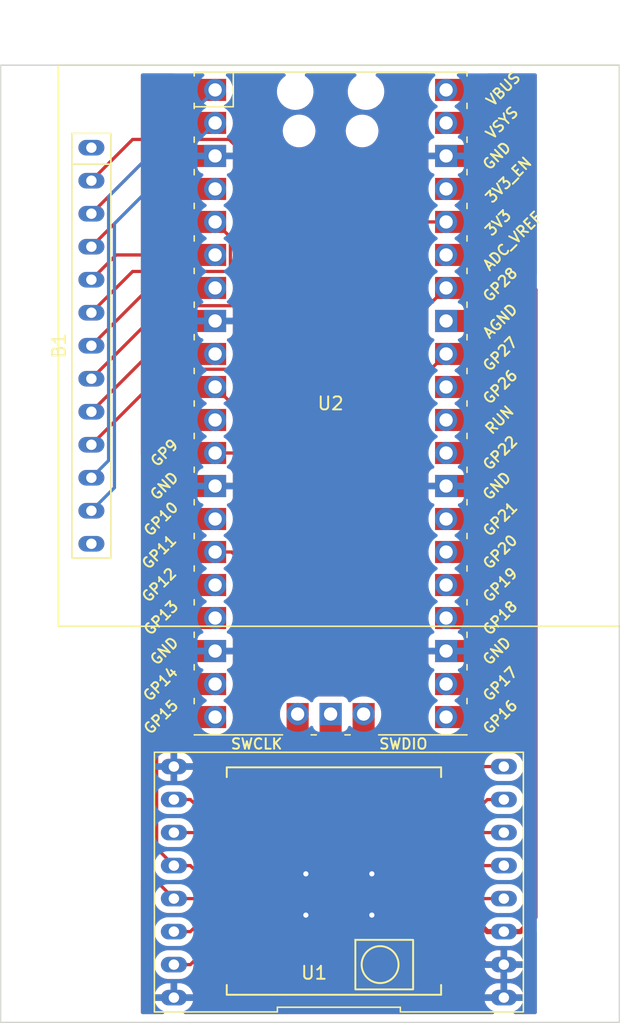
<source format=kicad_pcb>
(kicad_pcb (version 20211014) (generator pcbnew)
  (layers (0 "F.Cu" signal) (31 "B.Cu" signal) (34 "B.Paste" user) (35 "F.Paste" user) (36 "B.SilkS" user "B.Silkscreen") (37 "F.SilkS" user "F.Silkscreen") (38 "B.Mask" user) (39 "F.Mask" user) (44 "Edge.Cuts" user))
  (net 0 "")
  (net 1 "unconnected-(U1-Pad5)")
  (net 2 "unconnected-(U1-Pad6)")
  (net 3 "unconnected-(U1-Pad7)")
  (net 4 "unconnected-(U1-Pad8)")
  (net 5 "unconnected-(U1-Pad10)")
  (net 6 "unconnected-(U1-Pad11)")
  (net 29 "Net-(U1-Pad4)")
  (net 30 "Net-(U1-Pad12)")
  (net 31 "Net-(U1-Pad13)")
  (net 32 "Net-(U1-Pad14)")
  (net 33 "Net-(U1-Pad15)")
  (net 34 "GND")
  (net 36 "Net-(U2-Pad1)")
  (net 37 "Net-(U2-Pad2)")
  (net 38 "Net-(B1-Pad2)")
  (net 39 "Net-(B1-Pad4)")
  (net 40 "Net-(B1-Pad5)")
  (net 41 "Net-(B1-Pad6)")
  (net 42 "Net-(B1-Pad7)")
  (net 43 "Net-(B1-Pad8)")
  (net 44 "Net-(B1-Pad9)")
  (net 45 "Net-(B1-Pad10)")
  (footprint "MCU_RaspberryPi_and_Boards:RPi_Pico_SMD_TH" (layer "F.Cu") (at 120.65 90.17)
    (fp_text reference "U2" (at 0 0) (layer "F.SilkS"))
    (fp_text value "Pico")
    (fp_text user "SWCLK" (at -5.7 26.2) (layer "F.SilkS") (effects (font (size 0.8 0.8))))
    (fp_text user "GP17" (at 13.054 21.59 45) (layer "F.SilkS") (effects (font (size 0.8 0.8))))
    (fp_text user "GP16" (at 13.054 24.13 45) (layer "F.SilkS") (effects (font (size 0.8 0.8))))
    (fp_text user "GP27" (at 13.054 -3.8 45) (layer "F.SilkS") (effects (font (size 0.8 0.8))))
    (fp_text user "AGND" (at 13.054 -6.35 45) (layer "F.SilkS") (effects (font (size 0.8 0.8))))
    (fp_text user "GP9" (at -12.8 3.81 45) (layer "F.SilkS") (effects (font (size 0.8 0.8))))
    (fp_text user "GP21" (at 13.054 8.9 45) (layer "F.SilkS") (effects (font (size 0.8 0.8))))
    (fp_text user "VBUS" (at 13.3 -24.2 45) (layer "F.SilkS") (effects (font (size 0.8 0.8))))
    (fp_text user "GP13" (at -13.054 16.51 45) (layer "F.SilkS") (effects (font (size 0.8 0.8))))
    (fp_text user "GP20" (at 13.054 11.43 45) (layer "F.SilkS") (effects (font (size 0.8 0.8))))
    (fp_text user "GP12" (at -13.2 13.97 45) (layer "F.SilkS") (effects (font (size 0.8 0.8))))
    (fp_text user "GP28" (at 13.054 -9.144 45) (layer "F.SilkS") (effects (font (size 0.8 0.8))))
    (fp_text user "3V3_EN" (at 13.7 -17.2 45) (layer "F.SilkS") (effects (font (size 0.8 0.8))))
    (fp_text user "GP10" (at -13.054 8.89 45) (layer "F.SilkS") (effects (font (size 0.8 0.8))))
    (fp_text user "GP18" (at 13.054 16.51 45) (layer "F.SilkS") (effects (font (size 0.8 0.8))))
    (fp_text user "GND" (at 12.8 6.35 45) (layer "F.SilkS") (effects (font (size 0.8 0.8))))
    (fp_text user "GND" (at 12.8 -19.05 45) (layer "F.SilkS") (effects (font (size 0.8 0.8))))
    (fp_text user "3V3" (at 12.9 -13.9 45) (layer "F.SilkS") (effects (font (size 0.8 0.8))))
    (fp_text user "ADC_VREF" (at 14 -12.5 45) (layer "F.SilkS") (effects (font (size 0.8 0.8))))
    (fp_text user "GP15" (at -13.054 24.13 45) (layer "F.SilkS") (effects (font (size 0.8 0.8))))
    (fp_text user "GP26" (at 13.054 -1.27 45) (layer "F.SilkS") (effects (font (size 0.8 0.8))))
    (fp_text user "GND" (at -12.8 6.35 45) (layer "F.SilkS") (effects (font (size 0.8 0.8))))
    (fp_text user "GP19" (at 13.054 13.97 45) (layer "F.SilkS") (effects (font (size 0.8 0.8))))
    (fp_text user "GP11" (at -13.2 11.43 45) (layer "F.SilkS") (effects (font (size 0.8 0.8))))
    (fp_text user "GND" (at -12.8 19.05 45) (layer "F.SilkS") (effects (font (size 0.8 0.8))))
    (fp_text user "SWDIO" (at 5.6 26.2) (layer "F.SilkS") (effects (font (size 0.8 0.8))))
    (fp_text user "GP14" (at -13.1 21.59 45) (layer "F.SilkS") (effects (font (size 0.8 0.8))))
    (fp_text user "GND" (at 12.8 19.05 45) (layer "F.SilkS") (effects (font (size 0.8 0.8))))
    (fp_text user "RUN" (at 13 1.27 45) (layer "F.SilkS") (effects (font (size 0.8 0.8))))
    (fp_text user "GP22" (at 13.054 3.81 45) (layer "F.SilkS") (effects (font (size 0.8 0.8))))
    (fp_text user "VSYS" (at 13.2 -21.59 45) (layer "F.SilkS") (effects (font (size 0.8 0.8))))
    (fp_line (start -10.5 20.1) (end -10.5 20.5) (layer "F.SilkS") (width 0.12))
    (fp_line (start -10.5 -18) (end -10.5 -17.6) (layer "F.SilkS") (width 0.12))
    (fp_line (start -10.5 15.1) (end -10.5 15.5) (layer "F.SilkS") (width 0.12))
    (fp_line (start 10.5 20.1) (end 10.5 20.5) (layer "F.SilkS") (width 0.12))
    (fp_line (start 10.5 4.9) (end 10.5 5.3) (layer "F.SilkS") (width 0.12))
    (fp_line (start 10.5 -20.5) (end 10.5 -20.1) (layer "F.SilkS") (width 0.12))
    (fp_line (start -10.5 -23.1) (end -10.5 -22.7) (layer "F.SilkS") (width 0.12))
    (fp_line (start 10.5 -2.7) (end 10.5 -2.3) (layer "F.SilkS") (width 0.12))
    (fp_line (start 10.5 7.4) (end 10.5 7.8) (layer "F.SilkS") (width 0.12))
    (fp_line (start -1.5 25.5) (end -1.1 25.5) (layer "F.SilkS") (width 0.12))
    (fp_line (start 1.1 25.5) (end 1.5 25.5) (layer "F.SilkS") (width 0.12))
    (fp_line (start 10.5 17.6) (end 10.5 18) (layer "F.SilkS") (width 0.12))
    (fp_line (start 10.5 15.1) (end 10.5 15.5) (layer "F.SilkS") (width 0.12))
    (fp_line (start -10.5 4.9) (end -10.5 5.3) (layer "F.SilkS") (width 0.12))
    (fp_line (start -10.5 10) (end -10.5 10.4) (layer "F.SilkS") (width 0.12))
    (fp_line (start 10.5 22.7) (end 10.5 23.1) (layer "F.SilkS") (width 0.12))
    (fp_line (start 10.5 25.5) (end 3.7 25.5) (layer "F.SilkS") (width 0.12))
    (fp_line (start -3.7 25.5) (end -10.5 25.5) (layer "F.SilkS") (width 0.12))
    (fp_line (start -10.5 -2.7) (end -10.5 -2.3) (layer "F.SilkS") (width 0.12))
    (fp_line (start -10.5 -10.4) (end -10.5 -10) (layer "F.SilkS") (width 0.12))
    (fp_line (start -10.5 17.6) (end -10.5 18) (layer "F.SilkS") (width 0.12))
    (fp_line (start -10.5 -20.5) (end -10.5 -20.1) (layer "F.SilkS") (width 0.12))
    (fp_line (start 10.5 -18) (end 10.5 -17.6) (layer "F.SilkS") (width 0.12))
    (fp_line (start 10.5 -25.5) (end 10.5 -25.2) (layer "F.SilkS") (width 0.12))
    (fp_line (start -10.5 7.4) (end -10.5 7.8) (layer "F.SilkS") (width 0.12))
    (fp_line (start -10.5 -7.8) (end -10.5 -7.4) (layer "F.SilkS") (width 0.12))
    (fp_line (start -10.5 2.3) (end -10.5 2.7) (layer "F.SilkS") (width 0.12))
    (fp_line (start 10.5 12.5) (end 10.5 12.9) (layer "F.SilkS") (width 0.12))
    (fp_line (start -10.5 -12.9) (end -10.5 -12.5) (layer "F.SilkS") (width 0.12))
    (fp_line (start 10.5 -23.1) (end 10.5 -22.7) (layer "F.SilkS") (width 0.12))
    (fp_line (start -10.5 -25.5) (end 10.5 -25.5) (layer "F.SilkS") (width 0.12))
    (fp_line (start 10.5 -5.3) (end 10.5 -4.9) (layer "F.SilkS") (width 0.12))
    (fp_line (start 10.5 10) (end 10.5 10.4) (layer "F.SilkS") (width 0.12))
    (fp_line (start 10.5 -0.2) (end 10.5 0.2) (layer "F.SilkS") (width 0.12))
    (fp_line (start -10.5 22.7) (end -10.5 23.1) (layer "F.SilkS") (width 0.12))
    (fp_line (start -10.5 -0.2) (end -10.5 0.2) (layer "F.SilkS") (width 0.12))
    (fp_line (start 10.5 -7.8) (end 10.5 -7.4) (layer "F.SilkS") (width 0.12))
    (fp_line (start -10.5 -22.833) (end -7.493 -22.833) (layer "F.SilkS") (width 0.12))
    (fp_line (start -7.493 -22.833) (end -7.493 -25.5) (layer "F.SilkS") (width 0.12))
    (fp_line (start -10.5 -5.3) (end -10.5 -4.9) (layer "F.SilkS") (width 0.12))
    (fp_line (start -10.5 -25.5) (end -10.5 -25.2) (layer "F.SilkS") (width 0.12))
    (fp_line (start 10.5 -15.4) (end 10.5 -15) (layer "F.SilkS") (width 0.12))
    (fp_line (start 10.5 2.3) (end 10.5 2.7) (layer "F.SilkS") (width 0.12))
    (fp_line (start -10.5 12.5) (end -10.5 12.9) (layer "F.SilkS") (width 0.12))
    (fp_line (start 10.5 -12.9) (end 10.5 -12.5) (layer "F.SilkS") (width 0.12))
    (fp_line (start -10.5 -15.4) (end -10.5 -15) (layer "F.SilkS") (width 0.12))
    (fp_line (start 10.5 -10.4) (end 10.5 -10) (layer "F.SilkS") (width 0.12))
    (pad "" np_thru_hole oval (at 2.725 -24) (size 1.8 1.8) (drill 1.8) (layers *.Cu *.Mask))
    (pad "" np_thru_hole oval (at -2.425 -20.97) (size 1.5 1.5) (drill 1.5) (layers *.Cu *.Mask))
    (pad "" np_thru_hole oval (at -2.725 -24) (size 1.8 1.8) (drill 1.8) (layers *.Cu *.Mask))
    (pad "" np_thru_hole oval (at 2.425 -20.97) (size 1.5 1.5) (drill 1.5) (layers *.Cu *.Mask))
    (pad "1" smd rect (at -8.89 -24.13) (size 3.5 1.7) (drill (offset -0.9 0)) (layers "F.Cu" "F.Mask") (net 36 "Net-(U2-Pad1)"))
    (pad "1" thru_hole oval (at -8.89 -24.13) (size 1.7 1.7) (drill 1.02) (layers *.Cu *.Mask) (net 36 "Net-(U2-Pad1)"))
    (pad "2" thru_hole oval (at -8.89 -21.59) (size 1.7 1.7) (drill 1.02) (layers *.Cu *.Mask) (net 37 "Net-(U2-Pad2)"))
    (pad "2" smd rect (at -8.89 -21.59) (size 3.5 1.7) (drill (offset -0.9 0)) (layers "F.Cu" "F.Mask") (net 37 "Net-(U2-Pad2)"))
    (pad "3" smd rect (at -8.89 -19.05) (size 3.5 1.7) (drill (offset -0.9 0)) (layers "F.Cu" "F.Mask") (net 34 "GND"))
    (pad "3" thru_hole rect (at -8.89 -19.05) (size 1.7 1.7) (drill 1.02) (layers *.Cu *.Mask) (net 34 "GND"))
    (pad "4" smd rect (at -8.89 -16.51) (size 3.5 1.7) (drill (offset -0.9 0)) (layers "F.Cu" "F.Mask") (net 39 "Net-(B1-Pad4)"))
    (pad "4" thru_hole oval (at -8.89 -16.51) (size 1.7 1.7) (drill 1.02) (layers *.Cu *.Mask) (net 39 "Net-(B1-Pad4)"))
    (pad "5" thru_hole oval (at -8.89 -13.97) (size 1.7 1.7) (drill 1.02) (layers *.Cu *.Mask) (net 41 "Net-(B1-Pad6)"))
    (pad "5" smd rect (at -8.89 -13.97) (size 3.5 1.7) (drill (offset -0.9 0)) (layers "F.Cu" "F.Mask") (net 41 "Net-(B1-Pad6)"))
    (pad "6" smd rect (at -8.89 -11.43) (size 3.5 1.7) (drill (offset -0.9 0)) (layers "F.Cu" "F.Mask") (net 40 "Net-(B1-Pad5)"))
    (pad "6" thru_hole oval (at -8.89 -11.43) (size 1.7 1.7) (drill 1.02) (layers *.Cu *.Mask) (net 40 "Net-(B1-Pad5)"))
    (pad "7" smd rect (at -8.89 -8.89) (size 3.5 1.7) (drill (offset -0.9 0)) (layers "F.Cu" "F.Mask") (net 42 "Net-(B1-Pad7)"))
    (pad "7" thru_hole oval (at -8.89 -8.89) (size 1.7 1.7) (drill 1.02) (layers *.Cu *.Mask) (net 42 "Net-(B1-Pad7)"))
    (pad "8" smd rect (at -8.89 -6.35) (size 3.5 1.7) (drill (offset -0.9 0)) (layers "F.Cu" "F.Mask") (net 34 "GND"))
    (pad "8" thru_hole rect (at -8.89 -6.35) (size 1.7 1.7) (drill 1.02) (layers *.Cu *.Mask) (net 34 "GND"))
    (pad "9" thru_hole oval (at -8.89 -3.81) (size 1.7 1.7) (drill 1.02) (layers *.Cu *.Mask) (net 44 "Net-(B1-Pad9)"))
    (pad "9" smd rect (at -8.89 -3.81) (size 3.5 1.7) (drill (offset -0.9 0)) (layers "F.Cu" "F.Mask") (net 44 "Net-(B1-Pad9)"))
    (pad "10" smd rect (at -8.89 -1.27) (size 3.5 1.7) (drill (offset -0.9 0)) (layers "F.Cu" "F.Mask") (net 29 "Net-(U1-Pad4)"))
    (pad "10" thru_hole oval (at -8.89 -1.27) (size 1.7 1.7) (drill 1.02) (layers *.Cu *.Mask) (net 29 "Net-(U1-Pad4)"))
    (pad "11" smd rect (at -8.89 1.27) (size 3.5 1.7) (drill (offset -0.9 0)) (layers "F.Cu" "F.Mask") (net 31 "Net-(U1-Pad13)"))
    (pad "11" thru_hole oval (at -8.89 1.27) (size 1.7 1.7) (drill 1.02) (layers *.Cu *.Mask) (net 31 "Net-(U1-Pad13)"))
    (pad "12" smd rect (at -8.89 3.81) (size 3.5 1.7) (drill (offset -0.9 0)) (layers "F.Cu" "F.Mask") (net 33 "Net-(U1-Pad15)"))
    (pad "12" thru_hole oval (at -8.89 3.81) (size 1.7 1.7) (drill 1.02) (layers *.Cu *.Mask) (net 33 "Net-(U1-Pad15)"))
    (pad "13" smd rect (at -8.89 6.35) (size 3.5 1.7) (drill (offset -0.9 0)) (layers "F.Cu" "F.Mask") (net 34 "GND"))
    (pad "13" thru_hole rect (at -8.89 6.35) (size 1.7 1.7) (drill 1.02) (layers *.Cu *.Mask) (net 34 "GND"))
    (pad "14" smd rect (at -8.89 8.89) (size 3.5 1.7) (drill (offset -0.9 0)) (layers "F.Cu" "F.Mask") (net 30 "Net-(U1-Pad12)"))
    (pad "14" thru_hole oval (at -8.89 8.89) (size 1.7 1.7) (drill 1.02) (layers *.Cu *.Mask) (net 30 "Net-(U1-Pad12)"))
    (pad "15" thru_hole oval (at -8.89 11.43) (size 1.7 1.7) (drill 1.02) (layers *.Cu *.Mask) (net 32 "Net-(U1-Pad14)"))
    (pad "15" smd rect (at -8.89 11.43) (size 3.5 1.7) (drill (offset -0.9 0)) (layers "F.Cu" "F.Mask") (net 32 "Net-(U1-Pad14)"))
    (pad "16" thru_hole oval (at -8.89 13.97) (size 1.7 1.7) (drill 1.02) (layers *.Cu *.Mask))
    (pad "16" smd rect (at -8.89 13.97) (size 3.5 1.7) (drill (offset -0.9 0)) (layers "F.Cu" "F.Mask"))
    (pad "17" smd rect (at -8.89 16.51) (size 3.5 1.7) (drill (offset -0.9 0)) (layers "F.Cu" "F.Mask"))
    (pad "17" thru_hole oval (at -8.89 16.51) (size 1.7 1.7) (drill 1.02) (layers *.Cu *.Mask))
    (pad "18" smd rect (at -8.89 19.05) (size 3.5 1.7) (drill (offset -0.9 0)) (layers "F.Cu" "F.Mask") (net 34 "GND"))
    (pad "18" thru_hole rect (at -8.89 19.05) (size 1.7 1.7) (drill 1.02) (layers *.Cu *.Mask) (net 34 "GND"))
    (pad "19" thru_hole oval (at -8.89 21.59) (size 1.7 1.7) (drill 1.02) (layers *.Cu *.Mask))
    (pad "19" smd rect (at -8.89 21.59) (size 3.5 1.7) (drill (offset -0.9 0)) (layers "F.Cu" "F.Mask"))
    (pad "20" thru_hole oval (at -8.89 24.13) (size 1.7 1.7) (drill 1.02) (layers *.Cu *.Mask))
    (pad "20" smd rect (at -8.89 24.13) (size 3.5 1.7) (drill (offset -0.9 0)) (layers "F.Cu" "F.Mask"))
    (pad "21" smd rect (at 8.89 24.13) (size 3.5 1.7) (drill (offset 0.9 0)) (layers "F.Cu" "F.Mask"))
    (pad "21" thru_hole oval (at 8.89 24.13) (size 1.7 1.7) (drill 1.02) (layers *.Cu *.Mask))
    (pad "22" smd rect (at 8.89 21.59) (size 3.5 1.7) (drill (offset 0.9 0)) (layers "F.Cu" "F.Mask"))
    (pad "22" thru_hole oval (at 8.89 21.59) (size 1.7 1.7) (drill 1.02) (layers *.Cu *.Mask))
    (pad "23" thru_hole rect (at 8.89 19.05) (size 1.7 1.7) (drill 1.02) (layers *.Cu *.Mask) (net 34 "GND"))
    (pad "23" smd rect (at 8.89 19.05) (size 3.5 1.7) (drill (offset 0.9 0)) (layers "F.Cu" "F.Mask") (net 34 "GND"))
    (pad "24" thru_hole oval (at 8.89 16.51) (size 1.7 1.7) (drill 1.02) (layers *.Cu *.Mask))
    (pad "24" smd rect (at 8.89 16.51) (size 3.5 1.7) (drill (offset 0.9 0)) (layers "F.Cu" "F.Mask"))
    (pad "25" smd rect (at 8.89 13.97) (size 3.5 1.7) (drill (offset 0.9 0)) (layers "F.Cu" "F.Mask"))
    (pad "25" thru_hole oval (at 8.89 13.97) (size 1.7 1.7) (drill 1.02) (layers *.Cu *.Mask))
    (pad "26" thru_hole oval (at 8.89 11.43) (size 1.7 1.7) (drill 1.02) (layers *.Cu *.Mask))
    (pad "26" smd rect (at 8.89 11.43) (size 3.5 1.7) (drill (offset 0.9 0)) (layers "F.Cu" "F.Mask"))
    (pad "27" smd rect (at 8.89 8.89) (size 3.5 1.7) (drill (offset 0.9 0)) (layers "F.Cu" "F.Mask"))
    (pad "27" thru_hole oval (at 8.89 8.89) (size 1.7 1.7) (drill 1.02) (layers *.Cu *.Mask))
    (pad "28" smd rect (at 8.89 6.35) (size 3.5 1.7) (drill (offset 0.9 0)) (layers "F.Cu" "F.Mask") (net 34 "GND"))
    (pad "28" thru_hole rect (at 8.89 6.35) (size 1.7 1.7) (drill 1.02) (layers *.Cu *.Mask) (net 34 "GND"))
    (pad "29" thru_hole oval (at 8.89 3.81) (size 1.7 1.7) (drill 1.02) (layers *.Cu *.Mask))
    (pad "29" smd rect (at 8.89 3.81) (size 3.5 1.7) (drill (offset 0.9 0)) (layers "F.Cu" "F.Mask"))
    (pad "30" smd rect (at 8.89 1.27) (size 3.5 1.7) (drill (offset 0.9 0)) (layers "F.Cu" "F.Mask"))
    (pad "30" thru_hole oval (at 8.89 1.27) (size 1.7 1.7) (drill 1.02) (layers *.Cu *.Mask))
    (pad "31" thru_hole oval (at 8.89 -1.27) (size 1.7 1.7) (drill 1.02) (layers *.Cu *.Mask))
    (pad "31" smd rect (at 8.89 -1.27) (size 3.5 1.7) (drill (offset 0.9 0)) (layers "F.Cu" "F.Mask"))
    (pad "32" thru_hole oval (at 8.89 -3.81) (size 1.7 1.7) (drill 1.02) (layers *.Cu *.Mask) (net 45 "Net-(B1-Pad10)"))
    (pad "32" smd rect (at 8.89 -3.81) (size 3.5 1.7) (drill (offset 0.9 0)) (layers "F.Cu" "F.Mask") (net 45 "Net-(B1-Pad10)"))
    (pad "33" smd rect (at 8.89 -6.35) (size 3.5 1.7) (drill (offset 0.9 0)) (layers "F.Cu" "F.Mask"))
    (pad "33" thru_hole rect (at 8.89 -6.35) (size 1.7 1.7) (drill 1.02) (layers *.Cu *.Mask))
    (pad "34" thru_hole oval (at 8.89 -8.89) (size 1.7 1.7) (drill 1.02) (layers *.Cu *.Mask) (net 43 "Net-(B1-Pad8)"))
    (pad "34" smd rect (at 8.89 -8.89) (size 3.5 1.7) (drill (offset 0.9 0)) (layers "F.Cu" "F.Mask") (net 43 "Net-(B1-Pad8)"))
    (pad "35" smd rect (at 8.89 -11.43) (size 3.5 1.7) (drill (offset 0.9 0)) (layers "F.Cu" "F.Mask"))
    (pad "35" thru_hole oval (at 8.89 -11.43) (size 1.7 1.7) (drill 1.02) (layers *.Cu *.Mask))
    (pad "36" smd rect (at 8.89 -13.97) (size 3.5 1.7) (drill (offset 0.9 0)) (layers "F.Cu" "F.Mask") (net 38 "Net-(B1-Pad2)"))
    (pad "36" thru_hole oval (at 8.89 -13.97) (size 1.7 1.7) (drill 1.02) (layers *.Cu *.Mask) (net 38 "Net-(B1-Pad2)"))
    (pad "37" thru_hole oval (at 8.89 -16.51) (size 1.7 1.7) (drill 1.02) (layers *.Cu *.Mask))
    (pad "37" smd rect (at 8.89 -16.51) (size 3.5 1.7) (drill (offset 0.9 0)) (layers "F.Cu" "F.Mask"))
    (pad "38" thru_hole rect (at 8.89 -19.05) (size 1.7 1.7) (drill 1.02) (layers *.Cu *.Mask) (net 34 "GND"))
    (pad "38" smd rect (at 8.89 -19.05) (size 3.5 1.7) (drill (offset 0.9 0)) (layers "F.Cu" "F.Mask") (net 34 "GND"))
    (pad "39" thru_hole oval (at 8.89 -21.59) (size 1.7 1.7) (drill 1.02) (layers *.Cu *.Mask))
    (pad "39" smd rect (at 8.89 -21.59) (size 3.5 1.7) (drill (offset 0.9 0)) (layers "F.Cu" "F.Mask"))
    (pad "40" thru_hole oval (at 8.89 -24.13) (size 1.7 1.7) (drill 1.02) (layers *.Cu *.Mask))
    (pad "40" smd rect (at 8.89 -24.13) (size 3.5 1.7) (drill (offset 0.9 0)) (layers "F.Cu" "F.Mask"))
    (pad "41" smd rect (at -2.54 23.9 90) (size 3.5 1.7) (drill (offset -0.9 0)) (layers "F.Cu" "F.Mask"))
    (pad "41" thru_hole oval (at -2.54 23.9) (size 1.7 1.7) (drill 1.02) (layers *.Cu *.Mask))
    (pad "42" thru_hole rect (at 0 23.9) (size 1.7 1.7) (drill 1.02) (layers *.Cu *.Mask))
    (pad "42" smd rect (at 0 23.9 90) (size 3.5 1.7) (drill (offset -0.9 0)) (layers "F.Cu" "F.Mask"))
    (pad "43" smd rect (at 2.54 23.9 90) (size 3.5 1.7) (drill (offset -0.9 0)) (layers "F.Cu" "F.Mask"))
    (pad "43" thru_hole oval (at 2.54 23.9) (size 1.7 1.7) (drill 1.02) (layers *.Cu *.Mask))
  )
  (footprint "Library:DIP-16_RA_02" (layer "F.Cu") (at 121.285 127 90)
    (fp_text reference "U1" (at -6.985 -1.905) (layer "F.SilkS"))
    (fp_text value "Ai-Thinker-Ra-02")
    (fp_line (start -8.67 7.87) (end -8.67 -8.63) (layer "F.SilkS") (width 0.15))
    (fp_line (start 8.08 7.87) (end 8.83 7.87) (layer "F.SilkS") (width 0.15))
    (fp_line (start -9.99 -14.2) (end -9.99 -4.733333) (layer "F.SilkS") (width 0.12))
    (fp_line (start -9.99 -4.733333) (end -9.63 -4.733333) (layer "F.SilkS") (width 0.12))
    (fp_line (start -9.99 14.2) (end 9.99 14.2) (layer "F.SilkS") (width 0.12))
    (fp_line (start -7.92 7.87) (end -8.67 7.87) (layer "F.SilkS") (width 0.15))
    (fp_line (start -9.63 4.733333) (end -9.99 4.733333) (layer "F.SilkS") (width 0.12))
    (fp_line (start -8.67 -8.63) (end -7.92 -8.63) (layer "F.SilkS") (width 0.15))
    (fp_line (start 8.83 -8.63) (end 8.08 -8.63) (layer "F.SilkS") (width 0.15))
    (fp_line (start -9.99 4.733333) (end -9.99 14.2) (layer "F.SilkS") (width 0.12))
    (fp_line (start 8.83 7.87) (end 8.83 -8.63) (layer "F.SilkS") (width 0.15))
    (fp_line (start 9.99 14.2) (end 9.99 -14.2) (layer "F.SilkS") (width 0.12))
    (fp_line (start -9.63 -4.733333) (end -9.63 4.733333) (layer "F.SilkS") (width 0.12))
    (fp_line (start 9.99 -14.2) (end -9.99 -14.2) (layer "F.SilkS") (width 0.12))
    (pad "1" smd rect (at -6.92 7.62 180) (size 2 1.5) (layers "F.Cu" "F.Paste" "F.Mask") (net 34 "GND"))
    (pad "1" thru_hole oval (at -8.89 12.7 90) (size 1.2 2) (drill 0.8) (layers *.Cu *.Mask) (net 34 "GND"))
    (pad "2" smd rect (at -4.92 7.62 180) (size 2 1.5) (layers "F.Cu" "F.Paste" "F.Mask") (net 34 "GND"))
    (pad "2" thru_hole oval (at -6.35 12.7 90) (size 1.2 2) (drill 0.8) (layers *.Cu *.Mask) (net 34 "GND"))
    (pad "3" smd rect (at -2.92 7.62 180) (size 2 1.5) (layers "F.Cu" "F.Paste" "F.Mask") (net 38 "Net-(B1-Pad2)"))
    (pad "3" thru_hole oval (at -3.81 12.7 90) (size 1.2 2) (drill 0.8) (layers *.Cu *.Mask) (net 38 "Net-(B1-Pad2)"))
    (pad "4" thru_hole oval (at -1.27 12.7 90) (size 1.2 2) (drill 0.8) (layers *.Cu *.Mask) (net 29 "Net-(U1-Pad4)"))
    (pad "4" smd rect (at -0.92 7.62 180) (size 2 1.5) (layers "F.Cu" "F.Paste" "F.Mask") (net 29 "Net-(U1-Pad4)"))
    (pad "5" smd rect (at 1.08 7.62 180) (size 2 1.5) (layers "F.Cu" "F.Paste" "F.Mask") (net 1 "unconnected-(U1-Pad5)"))
    (pad "5" thru_hole oval (at 1.27 12.7 90) (size 1.2 2) (drill 0.8) (layers *.Cu *.Mask) (net 1 "unconnected-(U1-Pad5)"))
    (pad "6" thru_hole oval (at 3.81 12.7 90) (size 1.2 2) (drill 0.8) (layers *.Cu *.Mask) (net 2 "unconnected-(U1-Pad6)"))
    (pad "6" smd rect (at 3.08 7.62 180) (size 2 1.5) (layers "F.Cu" "F.Paste" "F.Mask") (net 2 "unconnected-(U1-Pad6)"))
    (pad "7" thru_hole oval (at 6.35 12.7 90) (size 1.2 2) (drill 0.8) (layers *.Cu *.Mask) (net 3 "unconnected-(U1-Pad7)"))
    (pad "7" smd rect (at 5.08 7.62 180) (size 2 1.5) (layers "F.Cu" "F.Paste" "F.Mask") (net 3 "unconnected-(U1-Pad7)"))
    (pad "8" smd rect (at 7.08 7.62 180) (size 2 1.5) (layers "F.Cu" "F.Paste" "F.Mask") (net 4 "unconnected-(U1-Pad8)"))
    (pad "8" thru_hole oval (at 8.89 12.7 90) (size 1.2 2) (drill 0.8) (layers *.Cu *.Mask) (net 4 "unconnected-(U1-Pad8)"))
    (pad "9" thru_hole oval (at 8.89 -12.7 90) (size 1.2 2) (drill 0.8) (layers *.Cu *.Mask) (net 34 "GND"))
    (pad "9" smd rect (at 7.08 -8.38 180) (size 2 1.5) (layers "F.Cu" "F.Paste" "F.Mask") (net 34 "GND"))
    (pad "10" thru_hole oval (at 6.35 -12.7 90) (size 1.2 2) (drill 0.8) (layers *.Cu *.Mask) (net 5 "unconnected-(U1-Pad10)"))
    (pad "10" smd rect (at 5.08 -8.38 180) (size 2 1.5) (layers "F.Cu" "F.Paste" "F.Mask") (net 5 "unconnected-(U1-Pad10)"))
    (pad "11" smd rect (at 3.08 -8.38 180) (size 2 1.5) (layers "F.Cu" "F.Paste" "F.Mask") (net 6 "unconnected-(U1-Pad11)"))
    (pad "11" thru_hole oval (at 3.81 -12.7 90) (size 1.2 2) (drill 0.8) (layers *.Cu *.Mask) (net 6 "unconnected-(U1-Pad11)"))
    (pad "12" smd rect (at 1.08 -8.38 180) (size 2 1.5) (layers "F.Cu" "F.Paste" "F.Mask") (net 30 "Net-(U1-Pad12)"))
    (pad "12" thru_hole oval (at 1.27 -12.7 90) (size 1.2 2) (drill 0.8) (layers *.Cu *.Mask) (net 30 "Net-(U1-Pad12)"))
    (pad "13" smd rect (at -0.92 -8.38 180) (size 2 1.5) (layers "F.Cu" "F.Paste" "F.Mask") (net 31 "Net-(U1-Pad13)"))
    (pad "13" thru_hole oval (at -1.27 -12.7 90) (size 1.2 2) (drill 0.8) (layers *.Cu *.Mask) (net 31 "Net-(U1-Pad13)"))
    (pad "14" smd rect (at -2.92 -8.38 180) (size 2 1.5) (layers "F.Cu" "F.Paste" "F.Mask") (net 32 "Net-(U1-Pad14)"))
    (pad "14" thru_hole oval (at -3.81 -12.7 90) (size 1.2 2) (drill 0.8) (layers *.Cu *.Mask) (net 32 "Net-(U1-Pad14)"))
    (pad "15" smd rect (at -4.92 -8.38 180) (size 2 1.5) (layers "F.Cu" "F.Paste" "F.Mask") (net 33 "Net-(U1-Pad15)"))
    (pad "15" thru_hole oval (at -6.35 -12.7 90) (size 1.2 2) (drill 0.8) (layers *.Cu *.Mask) (net 33 "Net-(U1-Pad15)"))
    (pad "16" thru_hole oval (at -8.89 -12.7 90) (size 1.2 2) (drill 0.8) (layers *.Cu *.Mask) (net 34 "GND"))
    (pad "16" smd rect (at -6.92 -8.38 180) (size 2 1.5) (layers "F.Cu" "F.Paste" "F.Mask") (net 34 "GND"))
  )
  (footprint "Library:Adafruit ThinkInk Tricolor 200" (layer "F.Cu") (at 102.235 85.725 -90)
    (fp_text reference "B1" (at 0 2.5 90) (layer "F.SilkS"))
    (fp_text value "AdafruitThinkInk")
    (fp_line (start -16.34 -1.5) (end 16.34 -1.5) (layer "F.SilkS") (width 0.12))
    (fp_line (start -16.34 1.5) (end -16.34 -1.5) (layer "F.SilkS") (width 0.12))
    (fp_line (start 16.34 1.5) (end -16.34 1.5) (layer "F.SilkS") (width 0.12))
    (fp_line (start 16.34 -1.5) (end 16.34 1.5) (layer "F.SilkS") (width 0.12))
    (fp_line (start -13.97 -1.5) (end -13.97 1.5) (layer "F.SilkS") (width 0.12))
    (fp_rect (start -21.59 2.54) (end 21.59 -40.64) (layer "F.SilkS") (width 0.12) (fill none))
    (pad "" np_thru_hole circle (at 19.05 0 270) (size 2.54 2.54) (drill 2.54) (layers F&B.Cu *.Mask))
    (pad "" np_thru_hole circle (at 19.05 -38.1 270) (size 2.54 2.54) (drill 2.54) (layers F&B.Cu *.Mask))
    (pad "" np_thru_hole circle (at -19.05 0 270) (size 2.54 2.54) (drill 2.54) (layers F&B.Cu *.Mask))
    (pad "" np_thru_hole circle (at -19.05 -38.1 270) (size 2.54 2.54) (drill 2.54) (layers F&B.Cu *.Mask))
    (pad "1" thru_hole oval (at -15.24 0 270) (size 1.2 2) (drill 0.8) (layers *.Cu *.Mask))
    (pad "2" thru_hole oval (at -12.7 0 270) (size 1.2 2) (drill 0.8) (layers *.Cu *.Mask) (net 38 "Net-(B1-Pad2)"))
    (pad "3" thru_hole oval (at -10.16 0 270) (size 1.2 2) (drill 0.8) (layers *.Cu *.Mask) (net 34 "GND"))
    (pad "4" thru_hole oval (at -7.62 0 270) (size 1.2 2) (drill 0.8) (layers *.Cu *.Mask) (net 39 "Net-(B1-Pad4)"))
    (pad "5" thru_hole oval (at -5.08 0 270) (size 1.2 2) (drill 0.8) (layers *.Cu *.Mask) (net 40 "Net-(B1-Pad5)"))
    (pad "6" thru_hole oval (at -2.54 0 270) (size 1.2 2) (drill 0.8) (layers *.Cu *.Mask) (net 41 "Net-(B1-Pad6)"))
    (pad "7" thru_hole oval (at 0 0 270) (size 1.2 2) (drill 0.8) (layers *.Cu *.Mask) (net 42 "Net-(B1-Pad7)"))
    (pad "8" thru_hole oval (at 2.54 0 270) (size 1.2 2) (drill 0.8) (layers *.Cu *.Mask) (net 43 "Net-(B1-Pad8)"))
    (pad "9" thru_hole oval (at 5.08 0 270) (size 1.2 2) (drill 0.8) (layers *.Cu *.Mask) (net 44 "Net-(B1-Pad9)"))
    (pad "10" thru_hole oval (at 7.62 0 270) (size 1.2 2) (drill 0.8) (layers *.Cu *.Mask) (net 45 "Net-(B1-Pad10)"))
    (pad "11" thru_hole oval (at 10.16 0 270) (size 1.2 2) (drill 0.8) (layers *.Cu *.Mask) (net 36 "Net-(U2-Pad1)"))
    (pad "12" thru_hole oval (at 12.7 0 270) (size 1.2 2) (drill 0.8) (layers *.Cu *.Mask) (net 37 "Net-(U2-Pad2)"))
    (pad "13" thru_hole oval (at 15.24 0 270) (size 1.2 2) (drill 0.8) (layers *.Cu *.Mask))
  )
  (gr_rect (start 127 135.255) (end 122.555 131.445) (layer "F.SilkS") (width 0.15) (fill none))
  (gr_circle (center 124.46 133.35) (end 125.73 133.985) (layer "F.SilkS") (width 0.15) (fill none))
  (gr_rect (start 95.25 64.135) (end 142.875 137.795) (layer "Edge.Cuts") (width 0.1) (fill none))
  (segment (start 133.985 125.73) (end 131.445 125.73) (width 0.25) (layer "F.Cu") (net 1))
  (segment (start 131.255 125.92) (end 128.905 125.92) (width 0.25) (layer "F.Cu") (net 1))
  (segment (start 131.445 125.73) (end 131.255 125.92) (width 0.25) (layer "F.Cu") (net 1))
  (segment (start 133.985 123.19) (end 132.08 123.19) (width 0.25) (layer "F.Cu") (net 2))
  (segment (start 132.08 123.19) (end 131.35 123.92) (width 0.25) (layer "F.Cu") (net 2))
  (segment (start 131.35 123.92) (end 128.905 123.92) (width 0.25) (layer "F.Cu") (net 2))
  (segment (start 132.715 120.65) (end 131.445 121.92) (width 0.25) (layer "F.Cu") (net 3))
  (segment (start 131.445 121.92) (end 128.905 121.92) (width 0.25) (layer "F.Cu") (net 3))
  (segment (start 133.985 120.65) (end 132.715 120.65) (width 0.25) (layer "F.Cu") (net 3))
  (segment (start 130.715 118.11) (end 128.905 119.92) (width 0.25) (layer "F.Cu") (net 4))
  (segment (start 133.985 118.11) (end 130.715 118.11) (width 0.25) (layer "F.Cu") (net 4))
  (segment (start 109.855 120.65) (end 108.585 120.65) (width 0.25) (layer "F.Cu") (net 5))
  (segment (start 111.125 121.92) (end 109.855 120.65) (width 0.25) (layer "F.Cu") (net 5))
  (segment (start 112.905 121.92) (end 111.125 121.92) (width 0.25) (layer "F.Cu") (net 5))
  (segment (start 111.22 123.92) (end 110.49 123.19) (width 0.25) (layer "F.Cu") (net 6))
  (segment (start 112.905 123.92) (end 111.22 123.92) (width 0.25) (layer "F.Cu") (net 6))
  (segment (start 110.49 123.19) (end 108.585 123.19) (width 0.25) (layer "F.Cu") (net 6))
  (segment (start 117.76 127.92) (end 128.905 127.92) (width 0.25) (layer "F.Cu") (net 29))
  (segment (start 115.57 125.73) (end 117.76 127.92) (width 0.25) (layer "F.Cu") (net 29))
  (segment (start 111.76 88.9) (end 115.57 92.71) (width 0.25) (layer "F.Cu") (net 29))
  (segment (start 133.985 128.27) (end 132.08 128.27) (width 0.25) (layer "F.Cu") (net 29))
  (segment (start 132.08 128.27) (end 131.73 127.92) (width 0.25) (layer "F.Cu") (net 29))
  (segment (start 131.73 127.92) (end 128.905 127.92) (width 0.25) (layer "F.Cu") (net 29))
  (segment (start 115.57 92.71) (end 115.57 125.73) (width 0.25) (layer "F.Cu") (net 29))
  (segment (start 107.26048 124.40548) (end 107.26048 101.01952) (width 0.25) (layer "F.Cu") (net 30))
  (segment (start 107.26048 101.01952) (end 109.22 99.06) (width 0.25) (layer "F.Cu") (net 30))
  (segment (start 110.045 125.92) (end 112.905 125.92) (width 0.25) (layer "F.Cu") (net 30))
  (segment (start 108.585 125.73) (end 107.26048 124.40548) (width 0.25) (layer "F.Cu") (net 30))
  (segment (start 109.22 99.06) (end 111.76 99.06) (width 0.25) (layer "F.Cu") (net 30))
  (segment (start 109.855 125.73) (end 110.045 125.92) (width 0.25) (layer "F.Cu") (net 30))
  (segment (start 108.585 125.73) (end 109.855 125.73) (width 0.25) (layer "F.Cu") (net 30))
  (segment (start 108.585 128.27) (end 106.81096 126.49596) (width 0.25) (layer "F.Cu") (net 31))
  (segment (start 106.81096 126.49596) (end 106.81096 94.48404) (width 0.25) (layer "F.Cu") (net 31))
  (segment (start 110.84 127.92) (end 112.905 127.92) (width 0.25) (layer "F.Cu") (net 31))
  (segment (start 109.855 91.44) (end 111.76 91.44) (width 0.25) (layer "F.Cu") (net 31))
  (segment (start 106.81096 94.48404) (end 109.855 91.44) (width 0.25) (layer "F.Cu") (net 31))
  (segment (start 110.49 128.27) (end 110.84 127.92) (width 0.25) (layer "F.Cu") (net 31))
  (segment (start 108.585 128.27) (end 110.49 128.27) (width 0.25) (layer "F.Cu") (net 31))
  (segment (start 113.155 129.92) (end 114.3 128.775) (width 0.25) (layer "F.Cu") (net 32))
  (segment (start 114.3 102.87) (end 113.03 101.6) (width 0.25) (layer "F.Cu") (net 32))
  (segment (start 113.03 101.6) (end 111.76 101.6) (width 0.25) (layer "F.Cu") (net 32))
  (segment (start 112.905 129.92) (end 113.155 129.92) (width 0.25) (layer "F.Cu") (net 32))
  (segment (start 114.3 128.775) (end 114.3 102.87) (width 0.25) (layer "F.Cu") (net 32))
  (segment (start 110.745 129.92) (end 112.905 129.92) (width 0.25) (layer "F.Cu") (net 32))
  (segment (start 108.585 130.81) (end 109.855 130.81) (width 0.25) (layer "F.Cu") (net 32))
  (segment (start 109.855 130.81) (end 110.745 129.92) (width 0.25) (layer "F.Cu") (net 32))
  (segment (start 113.155 131.92) (end 114.935 130.14) (width 0.25) (layer "F.Cu") (net 33))
  (segment (start 114.935 130.14) (end 114.935 95.25) (width 0.25) (layer "F.Cu") (net 33))
  (segment (start 109.855 133.35) (end 111.285 131.92) (width 0.25) (layer "F.Cu") (net 33))
  (segment (start 112.905 131.92) (end 113.155 131.92) (width 0.25) (layer "F.Cu") (net 33))
  (segment (start 108.585 133.35) (end 109.855 133.35) (width 0.25) (layer "F.Cu") (net 33))
  (segment (start 114.935 95.25) (end 113.665 93.98) (width 0.25) (layer "F.Cu") (net 33))
  (segment (start 113.665 93.98) (end 111.76 93.98) (width 0.25) (layer "F.Cu") (net 33))
  (segment (start 111.285 131.92) (end 112.905 131.92) (width 0.25) (layer "F.Cu") (net 33))
  (segment (start 130.875 135.89) (end 128.905 133.92) (width 0.25) (layer "F.Cu") (net 34))
  (segment (start 111.095 118.11) (end 108.585 118.11) (width 0.25) (layer "F.Cu") (net 34))
  (segment (start 108.585 135.89) (end 110.935 135.89) (width 0.25) (layer "F.Cu") (net 34))
  (segment (start 131.285 131.92) (end 128.905 131.92) (width 0.25) (layer "F.Cu") (net 34))
  (segment (start 133.985 135.89) (end 130.875 135.89) (width 0.25) (layer "F.Cu") (net 34))
  (segment (start 111.76 71.12) (end 106.68 71.12) (width 0.25) (layer "F.Cu") (net 34))
  (segment (start 106.68 71.12) (end 102.235 75.565) (width 0.25) (layer "F.Cu") (net 34))
  (segment (start 110.935 135.89) (end 112.905 133.92) (width 0.25) (layer "F.Cu") (net 34))
  (segment (start 132.715 133.35) (end 131.285 131.92) (width 0.25) (layer "F.Cu") (net 34))
  (segment (start 112.905 119.92) (end 111.095 118.11) (width 0.25) (layer "F.Cu") (net 34))
  (segment (start 133.985 133.35) (end 132.715 133.35) (width 0.25) (layer "F.Cu") (net 34))
  (via (at 118.745 129.54) (size 0.8) (drill 0.4) (layers "F.Cu" "B.Cu") (net 34))
  (via (at 123.825 126.365) (size 0.8) (drill 0.4) (layers "F.Cu" "B.Cu") (net 34))
  (via (at 123.825 129.54) (size 0.8) (drill 0.4) (layers "F.Cu" "B.Cu") (net 34))
  (via (at 118.745 126.365) (size 0.8) (drill 0.4) (layers "F.Cu" "B.Cu") (net 34))
  (segment (start 103.55952 94.56048) (end 102.235 95.885) (width 0.25) (layer "B.Cu") (net 36))
  (segment (start 103.55952 74.24048) (end 103.55952 94.56048) (width 0.25) (layer "B.Cu") (net 36))
  (segment (start 111.76 66.04) (end 103.55952 74.24048) (width 0.25) (layer "B.Cu") (net 36))
  (segment (start 104.00904 76.33096) (end 104.00904 96.65096) (width 0.25) (layer "B.Cu") (net 37))
  (segment (start 111.76 68.58) (end 104.00904 76.33096) (width 0.25) (layer "B.Cu") (net 37))
  (segment (start 104.00904 96.65096) (end 102.235 98.425) (width 0.25) (layer "B.Cu") (net 37))
  (segment (start 136.383462 81.43444) (end 131.149022 76.2) (width 0.4) (layer "F.Cu") (net 38))
  (segment (start 135.255 130.81) (end 136.383462 129.681538) (width 0.4) (layer "F.Cu") (net 38))
  (segment (start 132.715 130.81) (end 131.825 129.92) (width 0.4) (layer "F.Cu") (net 38))
  (segment (start 119.189022 76.2) (end 112.839022 69.85) (width 0.25) (layer "F.Cu") (net 38))
  (segment (start 129.54 76.2) (end 119.189022 76.2) (width 0.25) (layer "F.Cu") (net 38))
  (segment (start 133.985 130.81) (end 135.255 130.81) (width 0.4) (layer "F.Cu") (net 38))
  (segment (start 133.985 130.81) (end 132.715 130.81) (width 0.4) (layer "F.Cu") (net 38))
  (segment (start 105.41 69.85) (end 102.235 73.025) (width 0.25) (layer "F.Cu") (net 38))
  (segment (start 112.839022 69.85) (end 105.41 69.85) (width 0.25) (layer "F.Cu") (net 38))
  (segment (start 136.383462 129.681538) (end 136.383462 81.43444) (width 0.4) (layer "F.Cu") (net 38))
  (segment (start 131.149022 76.2) (end 129.54 76.2) (width 0.25) (layer "F.Cu") (net 38))
  (segment (start 131.825 129.92) (end 128.905 129.92) (width 0.4) (layer "F.Cu") (net 38))
  (segment (start 111.76 73.66) (end 106.68 73.66) (width 0.25) (layer "F.Cu") (net 39))
  (segment (start 106.68 73.66) (end 102.235 78.105) (width 0.25) (layer "F.Cu") (net 39))
  (segment (start 104.14 78.74) (end 102.235 80.645) (width 0.25) (layer "F.Cu") (net 40))
  (segment (start 111.76 78.74) (end 104.14 78.74) (width 0.25) (layer "F.Cu") (net 40))
  (segment (start 105.41 80.01) (end 102.235 83.185) (width 0.25) (layer "F.Cu") (net 41))
  (segment (start 112.934511 80.01) (end 105.41 80.01) (width 0.25) (layer "F.Cu") (net 41))
  (segment (start 112.934511 77.374511) (end 112.934511 80.01) (width 0.25) (layer "F.Cu") (net 41))
  (segment (start 111.76 76.2) (end 112.934511 77.374511) (width 0.25) (layer "F.Cu") (net 41))
  (segment (start 106.68 81.28) (end 102.235 85.725) (width 0.25) (layer "F.Cu") (net 42))
  (segment (start 111.76 81.28) (end 106.68 81.28) (width 0.25) (layer "F.Cu") (net 42))
  (segment (start 128.174511 82.645489) (end 107.854511 82.645489) (width 0.25) (layer "F.Cu") (net 43))
  (segment (start 107.854511 82.645489) (end 102.235 88.265) (width 0.25) (layer "F.Cu") (net 43))
  (segment (start 129.54 81.28) (end 128.174511 82.645489) (width 0.25) (layer "F.Cu") (net 43))
  (segment (start 111.76 86.36) (end 106.68 86.36) (width 0.25) (layer "F.Cu") (net 44))
  (segment (start 106.68 86.36) (end 102.235 90.805) (width 0.25) (layer "F.Cu") (net 44))
  (segment (start 128.365489 87.534511) (end 108.045489 87.534511) (width 0.25) (layer "F.Cu") (net 45))
  (segment (start 108.045489 87.534511) (end 102.235 93.345) (width 0.25) (layer "F.Cu") (net 45))
  (segment (start 129.54 86.36) (end 128.365489 87.534511) (width 0.25) (layer "F.Cu") (net 45))
  (zone (net 34) (net_name "GND") (layer "F.Cu") (connect_pads (clearance 0.508)) (min_thickness 0.254) (fill yes (thermal_gap 0.508) (thermal_bridge_width 0.508))
    (polygon (pts (xy 136.525 137.16) (xy 106.045 137.16) (xy 106.045 64.77) (xy 136.525 64.77)))
  )
  (zone (net 34) (net_name "GND") (layer "B.Cu") (connect_pads (clearance 0.508)) (min_thickness 0.254) (fill yes (thermal_gap 0.508) (thermal_bridge_width 0.508))
    (polygon (pts (xy 136.525 137.16) (xy 106.045 137.16) (xy 106.045 64.77) (xy 136.525 64.77)))
  )
)
</source>
